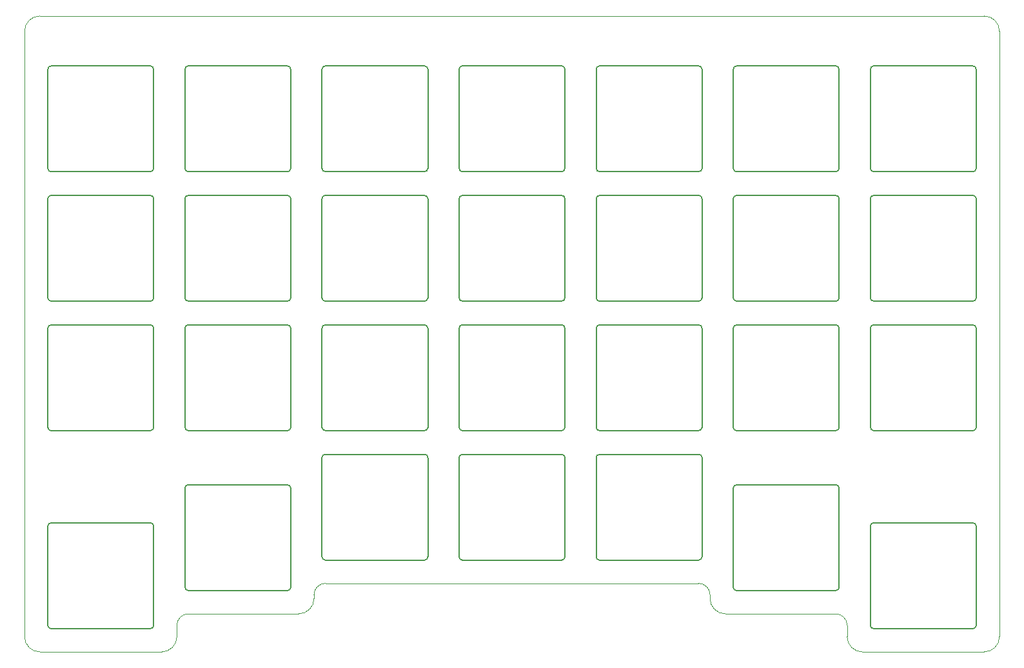
<source format=gko>
G04 #@! TF.GenerationSoftware,KiCad,Pcbnew,(5.1.0-0)*
G04 #@! TF.CreationDate,2019-06-09T21:39:38+02:00*
G04 #@! TF.ProjectId,ssol56-pcb,73736f6c-3536-42d7-9063-622e6b696361,rev?*
G04 #@! TF.SameCoordinates,Original*
G04 #@! TF.FileFunction,Profile,NP*
%FSLAX46Y46*%
G04 Gerber Fmt 4.6, Leading zero omitted, Abs format (unit mm)*
G04 Created by KiCad (PCBNEW (5.1.0-0)) date 2019-06-09 21:39:38*
%MOMM*%
%LPD*%
G04 APERTURE LIST*
%ADD10C,0.050000*%
%ADD11C,0.150000*%
G04 APERTURE END LIST*
D10*
X239000000Y-104000000D02*
X239000000Y-104500000D01*
X187000000Y-104000000D02*
X187000000Y-104500000D01*
X257000000Y-108000000D02*
X257000000Y-109500000D01*
X237500000Y-102500000D02*
X188500000Y-102500000D01*
X241000000Y-106500000D02*
X255500000Y-106500000D01*
X275000000Y-111500000D02*
X259000000Y-111500000D01*
X255500000Y-106500000D02*
G75*
G02X257000000Y-108000000I0J-1500000D01*
G01*
X259000000Y-111500000D02*
G75*
G02X257000000Y-109500000I0J2000000D01*
G01*
X237500000Y-102500000D02*
G75*
G02X239000000Y-104000000I0J-1500000D01*
G01*
X241000000Y-106500000D02*
G75*
G02X239000000Y-104500000I0J2000000D01*
G01*
X167000000Y-111500000D02*
X151000000Y-111500000D01*
X169000000Y-108000000D02*
X169000000Y-109500000D01*
X185000000Y-106500000D02*
X170500000Y-106500000D01*
X169000000Y-108000000D02*
G75*
G02X170500000Y-106500000I1500000J0D01*
G01*
X187000000Y-104000000D02*
G75*
G02X188500000Y-102500000I1500000J0D01*
G01*
X187000000Y-104500000D02*
G75*
G02X185000000Y-106500000I-2000000J0D01*
G01*
X169000000Y-109500000D02*
G75*
G02X167000000Y-111500000I-2000000J0D01*
G01*
X277000000Y-109500000D02*
G75*
G02X275000000Y-111500000I-2000000J0D01*
G01*
X277000000Y-30000000D02*
X277000000Y-109500000D01*
X275000000Y-28000000D02*
G75*
G02X277000000Y-30000000I0J-2000000D01*
G01*
X151000000Y-111500000D02*
G75*
G02X149000000Y-109500000I0J2000000D01*
G01*
X149000000Y-30000000D02*
X149000000Y-109500000D01*
X149000000Y-30000000D02*
G75*
G02X151000000Y-28000000I2000000J0D01*
G01*
X151000000Y-28000000D02*
X275000000Y-28000000D01*
D11*
X273500000Y-108450000D02*
X260500000Y-108450000D01*
X273950000Y-108000000D02*
G75*
G02X273500000Y-108450000I-450000J0D01*
G01*
X260500000Y-108450000D02*
G75*
G02X260050000Y-108000000I0J450000D01*
G01*
X260050000Y-108000000D02*
X260050000Y-95000000D01*
X260500000Y-94550000D02*
X273500000Y-94550000D01*
X273950000Y-95000000D02*
X273950000Y-108000000D01*
X273500000Y-94550000D02*
G75*
G02X273950000Y-95000000I0J-450000D01*
G01*
X260050000Y-95000000D02*
G75*
G02X260500000Y-94550000I450000J0D01*
G01*
X255500000Y-103450000D02*
X242500000Y-103450000D01*
X255950000Y-103000000D02*
G75*
G02X255500000Y-103450000I-450000J0D01*
G01*
X242500000Y-103450000D02*
G75*
G02X242050000Y-103000000I0J450000D01*
G01*
X242050000Y-103000000D02*
X242050000Y-90000000D01*
X242500000Y-89550000D02*
X255500000Y-89550000D01*
X255950000Y-90000000D02*
X255950000Y-103000000D01*
X255500000Y-89550000D02*
G75*
G02X255950000Y-90000000I0J-450000D01*
G01*
X242050000Y-90000000D02*
G75*
G02X242500000Y-89550000I450000J0D01*
G01*
X237500000Y-99450000D02*
X224500000Y-99450000D01*
X237950000Y-99000000D02*
G75*
G02X237500000Y-99450000I-450000J0D01*
G01*
X224500000Y-99450000D02*
G75*
G02X224050000Y-99000000I0J450000D01*
G01*
X224050000Y-99000000D02*
X224050000Y-86000000D01*
X224500000Y-85550000D02*
X237500000Y-85550000D01*
X237950000Y-86000000D02*
X237950000Y-99000000D01*
X237500000Y-85550000D02*
G75*
G02X237950000Y-86000000I0J-450000D01*
G01*
X224050000Y-86000000D02*
G75*
G02X224500000Y-85550000I450000J0D01*
G01*
X219500000Y-99450000D02*
X206500000Y-99450000D01*
X219950000Y-99000000D02*
G75*
G02X219500000Y-99450000I-450000J0D01*
G01*
X206500000Y-99450000D02*
G75*
G02X206050000Y-99000000I0J450000D01*
G01*
X206050000Y-99000000D02*
X206050000Y-86000000D01*
X206500000Y-85550000D02*
X219500000Y-85550000D01*
X219950000Y-86000000D02*
X219950000Y-99000000D01*
X219500000Y-85550000D02*
G75*
G02X219950000Y-86000000I0J-450000D01*
G01*
X206050000Y-86000000D02*
G75*
G02X206500000Y-85550000I450000J0D01*
G01*
X201500000Y-99450000D02*
X188500000Y-99450000D01*
X201950000Y-99000000D02*
G75*
G02X201500000Y-99450000I-450000J0D01*
G01*
X188500000Y-99450000D02*
G75*
G02X188050000Y-99000000I0J450000D01*
G01*
X188050000Y-99000000D02*
X188050000Y-86000000D01*
X188500000Y-85550000D02*
X201500000Y-85550000D01*
X201950000Y-86000000D02*
X201950000Y-99000000D01*
X201500000Y-85550000D02*
G75*
G02X201950000Y-86000000I0J-450000D01*
G01*
X188050000Y-86000000D02*
G75*
G02X188500000Y-85550000I450000J0D01*
G01*
X183500000Y-103450000D02*
X170500000Y-103450000D01*
X183950000Y-103000000D02*
G75*
G02X183500000Y-103450000I-450000J0D01*
G01*
X170500000Y-103450000D02*
G75*
G02X170050000Y-103000000I0J450000D01*
G01*
X170050000Y-103000000D02*
X170050000Y-90000000D01*
X170500000Y-89550000D02*
X183500000Y-89550000D01*
X183950000Y-90000000D02*
X183950000Y-103000000D01*
X183500000Y-89550000D02*
G75*
G02X183950000Y-90000000I0J-450000D01*
G01*
X170050000Y-90000000D02*
G75*
G02X170500000Y-89550000I450000J0D01*
G01*
X165500000Y-108450000D02*
X152500000Y-108450000D01*
X165950000Y-108000000D02*
G75*
G02X165500000Y-108450000I-450000J0D01*
G01*
X152500000Y-108450000D02*
G75*
G02X152050000Y-108000000I0J450000D01*
G01*
X152050000Y-108000000D02*
X152050000Y-95000000D01*
X152500000Y-94550000D02*
X165500000Y-94550000D01*
X165950000Y-95000000D02*
X165950000Y-108000000D01*
X165500000Y-94550000D02*
G75*
G02X165950000Y-95000000I0J-450000D01*
G01*
X152050000Y-95000000D02*
G75*
G02X152500000Y-94550000I450000J0D01*
G01*
X273500000Y-82450000D02*
X260500000Y-82450000D01*
X273950000Y-82000000D02*
G75*
G02X273500000Y-82450000I-450000J0D01*
G01*
X260500000Y-82450000D02*
G75*
G02X260050000Y-82000000I0J450000D01*
G01*
X260050000Y-82000000D02*
X260050000Y-69000000D01*
X260500000Y-68550000D02*
X273500000Y-68550000D01*
X273950000Y-69000000D02*
X273950000Y-82000000D01*
X273500000Y-68550000D02*
G75*
G02X273950000Y-69000000I0J-450000D01*
G01*
X260050000Y-69000000D02*
G75*
G02X260500000Y-68550000I450000J0D01*
G01*
X255500000Y-82450000D02*
X242500000Y-82450000D01*
X255950000Y-82000000D02*
G75*
G02X255500000Y-82450000I-450000J0D01*
G01*
X242500000Y-82450000D02*
G75*
G02X242050000Y-82000000I0J450000D01*
G01*
X242050000Y-82000000D02*
X242050000Y-69000000D01*
X242500000Y-68550000D02*
X255500000Y-68550000D01*
X255950000Y-69000000D02*
X255950000Y-82000000D01*
X255500000Y-68550000D02*
G75*
G02X255950000Y-69000000I0J-450000D01*
G01*
X242050000Y-69000000D02*
G75*
G02X242500000Y-68550000I450000J0D01*
G01*
X237500000Y-82450000D02*
X224500000Y-82450000D01*
X237950000Y-82000000D02*
G75*
G02X237500000Y-82450000I-450000J0D01*
G01*
X224500000Y-82450000D02*
G75*
G02X224050000Y-82000000I0J450000D01*
G01*
X224050000Y-82000000D02*
X224050000Y-69000000D01*
X224500000Y-68550000D02*
X237500000Y-68550000D01*
X237950000Y-69000000D02*
X237950000Y-82000000D01*
X237500000Y-68550000D02*
G75*
G02X237950000Y-69000000I0J-450000D01*
G01*
X224050000Y-69000000D02*
G75*
G02X224500000Y-68550000I450000J0D01*
G01*
X219500000Y-82450000D02*
X206500000Y-82450000D01*
X219950000Y-82000000D02*
G75*
G02X219500000Y-82450000I-450000J0D01*
G01*
X206500000Y-82450000D02*
G75*
G02X206050000Y-82000000I0J450000D01*
G01*
X206050000Y-82000000D02*
X206050000Y-69000000D01*
X206500000Y-68550000D02*
X219500000Y-68550000D01*
X219950000Y-69000000D02*
X219950000Y-82000000D01*
X219500000Y-68550000D02*
G75*
G02X219950000Y-69000000I0J-450000D01*
G01*
X206050000Y-69000000D02*
G75*
G02X206500000Y-68550000I450000J0D01*
G01*
X201500000Y-82450000D02*
X188500000Y-82450000D01*
X201950000Y-82000000D02*
G75*
G02X201500000Y-82450000I-450000J0D01*
G01*
X188500000Y-82450000D02*
G75*
G02X188050000Y-82000000I0J450000D01*
G01*
X188050000Y-82000000D02*
X188050000Y-69000000D01*
X188500000Y-68550000D02*
X201500000Y-68550000D01*
X201950000Y-69000000D02*
X201950000Y-82000000D01*
X201500000Y-68550000D02*
G75*
G02X201950000Y-69000000I0J-450000D01*
G01*
X188050000Y-69000000D02*
G75*
G02X188500000Y-68550000I450000J0D01*
G01*
X183500000Y-82450000D02*
X170500000Y-82450000D01*
X183950000Y-82000000D02*
G75*
G02X183500000Y-82450000I-450000J0D01*
G01*
X170500000Y-82450000D02*
G75*
G02X170050000Y-82000000I0J450000D01*
G01*
X170050000Y-82000000D02*
X170050000Y-69000000D01*
X170500000Y-68550000D02*
X183500000Y-68550000D01*
X183950000Y-69000000D02*
X183950000Y-82000000D01*
X183500000Y-68550000D02*
G75*
G02X183950000Y-69000000I0J-450000D01*
G01*
X170050000Y-69000000D02*
G75*
G02X170500000Y-68550000I450000J0D01*
G01*
X165500000Y-82450000D02*
X152500000Y-82450000D01*
X165950000Y-82000000D02*
G75*
G02X165500000Y-82450000I-450000J0D01*
G01*
X152500000Y-82450000D02*
G75*
G02X152050000Y-82000000I0J450000D01*
G01*
X152050000Y-82000000D02*
X152050000Y-69000000D01*
X152500000Y-68550000D02*
X165500000Y-68550000D01*
X165950000Y-69000000D02*
X165950000Y-82000000D01*
X165500000Y-68550000D02*
G75*
G02X165950000Y-69000000I0J-450000D01*
G01*
X152050000Y-69000000D02*
G75*
G02X152500000Y-68550000I450000J0D01*
G01*
X273500000Y-65450000D02*
X260500000Y-65450000D01*
X273950000Y-65000000D02*
G75*
G02X273500000Y-65450000I-450000J0D01*
G01*
X260500000Y-65450000D02*
G75*
G02X260050000Y-65000000I0J450000D01*
G01*
X260050000Y-65000000D02*
X260050000Y-52000000D01*
X260500000Y-51550000D02*
X273500000Y-51550000D01*
X273950000Y-52000000D02*
X273950000Y-65000000D01*
X273500000Y-51550000D02*
G75*
G02X273950000Y-52000000I0J-450000D01*
G01*
X260050000Y-52000000D02*
G75*
G02X260500000Y-51550000I450000J0D01*
G01*
X255500000Y-65450000D02*
X242500000Y-65450000D01*
X255950000Y-65000000D02*
G75*
G02X255500000Y-65450000I-450000J0D01*
G01*
X242500000Y-65450000D02*
G75*
G02X242050000Y-65000000I0J450000D01*
G01*
X242050000Y-65000000D02*
X242050000Y-52000000D01*
X242500000Y-51550000D02*
X255500000Y-51550000D01*
X255950000Y-52000000D02*
X255950000Y-65000000D01*
X255500000Y-51550000D02*
G75*
G02X255950000Y-52000000I0J-450000D01*
G01*
X242050000Y-52000000D02*
G75*
G02X242500000Y-51550000I450000J0D01*
G01*
X237500000Y-65450000D02*
X224500000Y-65450000D01*
X237950000Y-65000000D02*
G75*
G02X237500000Y-65450000I-450000J0D01*
G01*
X224500000Y-65450000D02*
G75*
G02X224050000Y-65000000I0J450000D01*
G01*
X224050000Y-65000000D02*
X224050000Y-52000000D01*
X224500000Y-51550000D02*
X237500000Y-51550000D01*
X237950000Y-52000000D02*
X237950000Y-65000000D01*
X237500000Y-51550000D02*
G75*
G02X237950000Y-52000000I0J-450000D01*
G01*
X224050000Y-52000000D02*
G75*
G02X224500000Y-51550000I450000J0D01*
G01*
X219500000Y-65450000D02*
X206500000Y-65450000D01*
X219950000Y-65000000D02*
G75*
G02X219500000Y-65450000I-450000J0D01*
G01*
X206500000Y-65450000D02*
G75*
G02X206050000Y-65000000I0J450000D01*
G01*
X206050000Y-65000000D02*
X206050000Y-52000000D01*
X206500000Y-51550000D02*
X219500000Y-51550000D01*
X219950000Y-52000000D02*
X219950000Y-65000000D01*
X219500000Y-51550000D02*
G75*
G02X219950000Y-52000000I0J-450000D01*
G01*
X206050000Y-52000000D02*
G75*
G02X206500000Y-51550000I450000J0D01*
G01*
X201500000Y-65450000D02*
X188500000Y-65450000D01*
X201950000Y-65000000D02*
G75*
G02X201500000Y-65450000I-450000J0D01*
G01*
X188500000Y-65450000D02*
G75*
G02X188050000Y-65000000I0J450000D01*
G01*
X188050000Y-65000000D02*
X188050000Y-52000000D01*
X188500000Y-51550000D02*
X201500000Y-51550000D01*
X201950000Y-52000000D02*
X201950000Y-65000000D01*
X201500000Y-51550000D02*
G75*
G02X201950000Y-52000000I0J-450000D01*
G01*
X188050000Y-52000000D02*
G75*
G02X188500000Y-51550000I450000J0D01*
G01*
X183500000Y-65450000D02*
X170500000Y-65450000D01*
X183950000Y-65000000D02*
G75*
G02X183500000Y-65450000I-450000J0D01*
G01*
X170500000Y-65450000D02*
G75*
G02X170050000Y-65000000I0J450000D01*
G01*
X170050000Y-65000000D02*
X170050000Y-52000000D01*
X170500000Y-51550000D02*
X183500000Y-51550000D01*
X183950000Y-52000000D02*
X183950000Y-65000000D01*
X183500000Y-51550000D02*
G75*
G02X183950000Y-52000000I0J-450000D01*
G01*
X170050000Y-52000000D02*
G75*
G02X170500000Y-51550000I450000J0D01*
G01*
X165500000Y-65450000D02*
X152500000Y-65450000D01*
X165950000Y-65000000D02*
G75*
G02X165500000Y-65450000I-450000J0D01*
G01*
X152500000Y-65450000D02*
G75*
G02X152050000Y-65000000I0J450000D01*
G01*
X152050000Y-65000000D02*
X152050000Y-52000000D01*
X152500000Y-51550000D02*
X165500000Y-51550000D01*
X165950000Y-52000000D02*
X165950000Y-65000000D01*
X165500000Y-51550000D02*
G75*
G02X165950000Y-52000000I0J-450000D01*
G01*
X152050000Y-52000000D02*
G75*
G02X152500000Y-51550000I450000J0D01*
G01*
X273500000Y-48450000D02*
X260500000Y-48450000D01*
X273950000Y-48000000D02*
G75*
G02X273500000Y-48450000I-450000J0D01*
G01*
X260500000Y-48450000D02*
G75*
G02X260050000Y-48000000I0J450000D01*
G01*
X260050000Y-48000000D02*
X260050000Y-35000000D01*
X260500000Y-34550000D02*
X273500000Y-34550000D01*
X273950000Y-35000000D02*
X273950000Y-48000000D01*
X273500000Y-34550000D02*
G75*
G02X273950000Y-35000000I0J-450000D01*
G01*
X260050000Y-35000000D02*
G75*
G02X260500000Y-34550000I450000J0D01*
G01*
X255500000Y-48450000D02*
X242500000Y-48450000D01*
X255950000Y-48000000D02*
G75*
G02X255500000Y-48450000I-450000J0D01*
G01*
X242500000Y-48450000D02*
G75*
G02X242050000Y-48000000I0J450000D01*
G01*
X242050000Y-48000000D02*
X242050000Y-35000000D01*
X242500000Y-34550000D02*
X255500000Y-34550000D01*
X255950000Y-35000000D02*
X255950000Y-48000000D01*
X255500000Y-34550000D02*
G75*
G02X255950000Y-35000000I0J-450000D01*
G01*
X242050000Y-35000000D02*
G75*
G02X242500000Y-34550000I450000J0D01*
G01*
X237500000Y-48450000D02*
X224500000Y-48450000D01*
X237950000Y-48000000D02*
G75*
G02X237500000Y-48450000I-450000J0D01*
G01*
X224500000Y-48450000D02*
G75*
G02X224050000Y-48000000I0J450000D01*
G01*
X224050000Y-48000000D02*
X224050000Y-35000000D01*
X224500000Y-34550000D02*
X237500000Y-34550000D01*
X237950000Y-35000000D02*
X237950000Y-48000000D01*
X237500000Y-34550000D02*
G75*
G02X237950000Y-35000000I0J-450000D01*
G01*
X224050000Y-35000000D02*
G75*
G02X224500000Y-34550000I450000J0D01*
G01*
X219500000Y-48450000D02*
X206500000Y-48450000D01*
X219950000Y-48000000D02*
G75*
G02X219500000Y-48450000I-450000J0D01*
G01*
X206500000Y-48450000D02*
G75*
G02X206050000Y-48000000I0J450000D01*
G01*
X206050000Y-48000000D02*
X206050000Y-35000000D01*
X206500000Y-34550000D02*
X219500000Y-34550000D01*
X219950000Y-35000000D02*
X219950000Y-48000000D01*
X219500000Y-34550000D02*
G75*
G02X219950000Y-35000000I0J-450000D01*
G01*
X206050000Y-35000000D02*
G75*
G02X206500000Y-34550000I450000J0D01*
G01*
X201500000Y-48450000D02*
X188500000Y-48450000D01*
X201950000Y-48000000D02*
G75*
G02X201500000Y-48450000I-450000J0D01*
G01*
X188500000Y-48450000D02*
G75*
G02X188050000Y-48000000I0J450000D01*
G01*
X188050000Y-48000000D02*
X188050000Y-35000000D01*
X188500000Y-34550000D02*
X201500000Y-34550000D01*
X201950000Y-35000000D02*
X201950000Y-48000000D01*
X201500000Y-34550000D02*
G75*
G02X201950000Y-35000000I0J-450000D01*
G01*
X188050000Y-35000000D02*
G75*
G02X188500000Y-34550000I450000J0D01*
G01*
X183500000Y-48450000D02*
X170500000Y-48450000D01*
X183950000Y-48000000D02*
G75*
G02X183500000Y-48450000I-450000J0D01*
G01*
X170500000Y-48450000D02*
G75*
G02X170050000Y-48000000I0J450000D01*
G01*
X170050000Y-48000000D02*
X170050000Y-35000000D01*
X170500000Y-34550000D02*
X183500000Y-34550000D01*
X183950000Y-35000000D02*
X183950000Y-48000000D01*
X183500000Y-34550000D02*
G75*
G02X183950000Y-35000000I0J-450000D01*
G01*
X170050000Y-35000000D02*
G75*
G02X170500000Y-34550000I450000J0D01*
G01*
X165500000Y-48450000D02*
X152500000Y-48450000D01*
X165950000Y-48000000D02*
G75*
G02X165500000Y-48450000I-450000J0D01*
G01*
X152500000Y-48450000D02*
G75*
G02X152050000Y-48000000I0J450000D01*
G01*
X152050000Y-48000000D02*
X152050000Y-35000000D01*
X152500000Y-34550000D02*
X165500000Y-34550000D01*
X165950000Y-35000000D02*
X165950000Y-48000000D01*
X165500000Y-34550000D02*
G75*
G02X165950000Y-35000000I0J-450000D01*
G01*
X152050000Y-35000000D02*
G75*
G02X152500000Y-34550000I450000J0D01*
G01*
M02*

</source>
